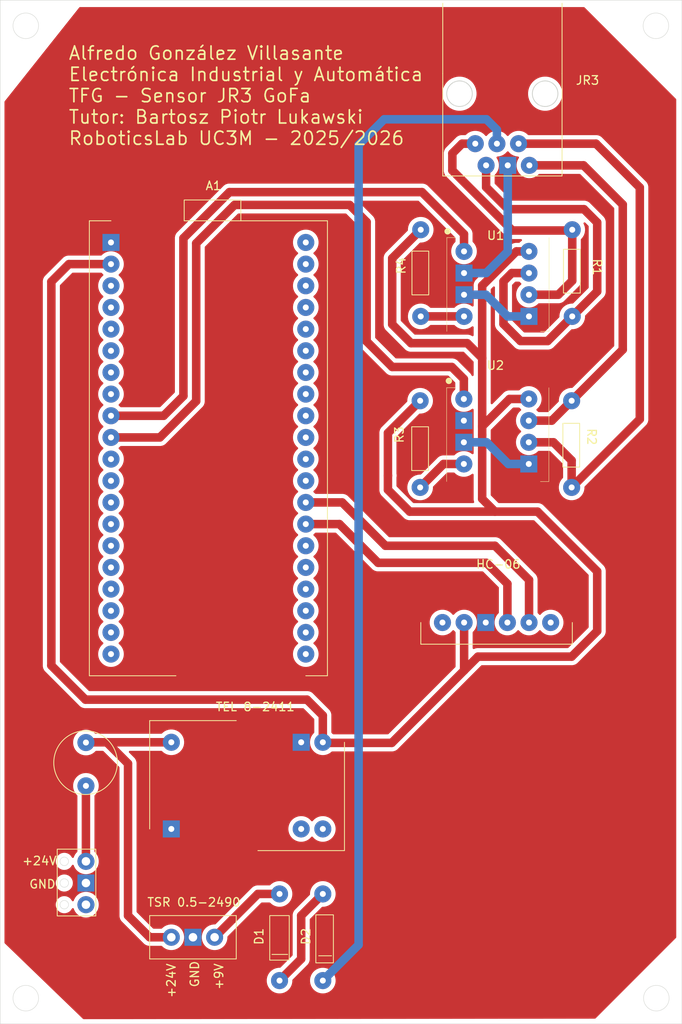
<source format=kicad_pcb>
(kicad_pcb (version 20241229) (generator "pcbnew") (generator_version "9.0")
  (layers (0 "F.Cu" signal) (2 "B.Cu" signal) (13 "F.Paste" user) (15 "B.Paste" user) (5 "F.SilkS" user "F.Silkscreen") (7 "B.SilkS" user "B.Silkscreen") (1 "F.Mask" user) (3 "B.Mask" user) (25 "Edge.Cuts" user))
  (net 0 "")
  (net 5 "unconnected-(A1-ADC_6-Pad28)")
  (net 11 "unconnected-(A1-ADC_5-Pad27)")
  (net 25 "unconnected-(A1-SD_DATA_1-Pad4)")
  (net 36 "GND")
  (net 37 "+5V")
  (net 38 "unconnected-(J1-Pad6)")
  (net 39 "unconnected-(J1-Pad1)")
  (net 40 "unconnected-(J1-Pad5)")
  (net 41 "unconnected-(J1-Pad2)")
  (net 42 "+8V")
  (net 43 "+24V")
  (net 44 "DATA")
  (net 45 "CLOCK")
  (net 46 "+9V")
  (net 47 "+8.4V")
  (net 48 "+7.8V")
  (footprint "" (layer "F.Cu") (at 152.8 85.22)
    (property "Reference" "" (at 0 0 0) (layer "F.SilkS") (effects (font (size 1.27 1.27))))
    (property "Value" "")
    (pad "33" thru_hole circle (at 0 0) (size 2 2) (drill 0.7) (layers "*.Cu" "*.Mask"))
  )
  (footprint "" (layer "F.Cu") (at 129.94 72.52)
    (property "Reference" "" (at 0 0 0) (layer "F.SilkS") (effects (font (size 1.27 1.27))))
    (property "Value" "")
    (pad "3" thru_hole circle (at 0 0) (size 2 2) (drill 0.7) (layers "*.Cu" "*.Mask"))
  )
  (footprint "" (layer "F.Cu") (at 152.8 90.3)
    (property "Reference" "" (at 0 0 0) (layer "F.SilkS") (effects (font (size 1.27 1.27))))
    (property "Value" "")
    (pad "31" thru_hole circle (at 0 0) (size 2 2) (drill 0.7) (layers "*.Cu" "*.Mask"))
  )
  (footprint "" (layer "F.Cu") (at 129.94 110.62)
    (property "Reference" "" (at 0 0 0) (layer "F.SilkS") (effects (font (size 1.27 1.27))))
    (property "Value" "")
    (pad "18" thru_hole circle (at 0 0) (size 2 2) (drill 0.7) (layers "*.Cu" "*.Mask"))
  )
  (footprint "" (layer "F.Cu") (at 129.94 103)
    (property "Reference" "" (at 0 0 0) (layer "F.SilkS") (effects (font (size 1.27 1.27))))
    (property "Value" "")
    (pad "15" thru_hole circle (at 0 0) (size 2 2) (drill 0.7) (layers "*.Cu" "*.Mask"))
  )
  (footprint "" (layer "F.Cu") (at 152.8 87.76)
    (property "Reference" "" (at 0 0 0) (layer "F.SilkS") (effects (font (size 1.27 1.27))))
    (property "Value" "")
    (pad "32" thru_hole circle (at 0 0) (size 2 2) (drill 0.7) (layers "*.Cu" "*.Mask"))
  )
  (footprint "" (layer "F.Cu") (at 181.54 112 90)
    (property "Reference" "" (at 0 0 90) (layer "F.SilkS") (effects (font (size 1.27 1.27))))
    (property "Value" "")
    (pad "6" thru_hole circle (at 0 0 90) (size 2 2) (drill 0.7) (layers "*.Cu" "*.Mask"))
  )
  (footprint "" (layer "F.Cu") (at 129.94 77.6)
    (property "Reference" "" (at 0 0 0) (layer "F.SilkS") (effects (font (size 1.27 1.27))))
    (property "Value" "")
    (pad "5" thru_hole circle (at 0 0) (size 2 2) (drill 0.7) (layers "*.Cu" "*.Mask"))
  )
  (footprint "" (layer "F.Cu") (at 178.97 90.87)
    (property "Reference" "" (at 0 0 0) (layer "F.SilkS") (effects (font (size 1.27 1.27))))
    (property "Value" "")
    (pad "6" thru_hole circle (at 0 0 90) (size 2 2) (drill 0.7) (layers "*.Cu" "*.Mask") (net 40 "unconnected-(J1-Pad5)"))
  )
  (footprint "" (layer "F.Cu") (at 171.35 90.87)
    (property "Reference" "" (at 0 0 0) (layer "F.SilkS") (effects (font (size 1.27 1.27))))
    (property "Value" "")
    (pad "3" thru_hole rect (at 0 0) (size 2 2) (drill 0.7) (layers "*.Cu" "*.Mask") (net 36 "GND"))
  )
  (footprint "" (layer "F.Cu") (at 152.8 97.92)
    (property "Reference" "" (at 0 0 0) (layer "F.SilkS") (effects (font (size 1.27 1.27))))
    (property "Value" "")
    (pad "28" thru_hole circle (at 0 0) (size 2 2) (drill 0.7) (layers "*.Cu" "*.Mask") (net 5 "unconnected-(A1-ADC_6-Pad28)"))
  )
  (footprint "" (layer "F.Cu") (at 171.38 112)
    (property "Reference" "" (at 0 0 0) (layer "F.SilkS") (effects (font (size 1.27 1.27))))
    (property "Value" "")
    (pad "2" thru_hole circle (at 0 0) (size 2 2) (drill 0.7) (layers "*.Cu" "*.Mask") (net 37 "+5V"))
  )
  (footprint "" (layer "F.Cu") (at 152.8 67.44)
    (property "Reference" "" (at 0 0 0) (layer "F.SilkS") (effects (font (size 1.27 1.27))))
    (property "Value" "")
    (pad "40" thru_hole circle (at 0 0) (size 2 2) (drill 0.7) (layers "*.Cu" "*.Mask"))
  )
  (footprint "" (layer "F.Cu") (at 178.97 93.41)
    (property "Reference" "" (at 0 0 0) (layer "F.SilkS") (effects (font (size 1.27 1.27))))
    (property "Value" "")
    (pad "5" thru_hole rect (at 0 0) (size 2 2) (drill 0.7) (layers "*.Cu" "*.Mask") (net 36 "GND"))
  )
  (footprint "" (layer "F.Cu") (at 129.94 87.76)
    (property "Reference" "" (at 0 0 0) (layer "F.SilkS") (effects (font (size 1.27 1.27))))
    (property "Value" "")
    (pad "9" thru_hole circle (at 0 0) (size 2 2) (drill 0.7) (layers "*.Cu" "*.Mask") (net 45 "CLOCK"))
  )
  (footprint "" (layer "F.Cu") (at 152.8 72.52)
    (property "Reference" "" (at 0 0 0) (layer "F.SilkS") (effects (font (size 1.27 1.27))))
    (property "Value" "")
    (pad "38" thru_hole circle (at 0 0) (size 2 2) (drill 0.7) (layers "*.Cu" "*.Mask"))
  )
  (footprint "" (layer "F.Cu") (at 176.46 112)
    (property "Reference" "" (at 0 0 0) (layer "F.SilkS") (effects (font (size 1.27 1.27))))
    (property "Value" "")
    (pad "4" thru_hole circle (at 0 0) (size 2 2) (drill 0.7) (layers "*.Cu" "*.Mask") (net 11 "unconnected-(A1-ADC_5-Pad27)"))
  )
  (footprint "" (layer "F.Cu") (at 173.96 58.4)
    (property "Reference" "" (at 0 0 0) (layer "F.SilkS") (effects (font (size 1.27 1.27))))
    (property "Value" "")
    (pad "2" thru_hole circle (at 0 0 90) (size 2 2) (drill 0.7) (layers "*.Cu" "*.Mask") (net 41 "unconnected-(J1-Pad2)"))
  )
  (footprint "" (layer "F.Cu") (at 152.8 100.46)
    (property "Reference" "" (at 0 0 0) (layer "F.SilkS") (effects (font (size 1.27 1.27))))
    (property "Value" "")
    (pad "27" thru_hole circle (at 0 0) (size 2 2) (drill 0.7) (layers "*.Cu" "*.Mask") (net 11 "unconnected-(A1-ADC_5-Pad27)"))
  )
  (footprint "" (layer "F.Cu") (at 178.99 73.57)
    (property "Reference" "" (at 0 0 0) (layer "F.SilkS") (effects (font (size 1.27 1.27))))
    (property "Value" "")
    (pad "6" thru_hole circle (at 0 0 90) (size 2 2) (drill 0.7) (layers "*.Cu" "*.Mask") (net 39 "unconnected-(J1-Pad1)"))
  )
  (footprint "" (layer "F.Cu") (at 129.94 113.16)
    (property "Reference" "" (at 0 0 0) (layer "F.SilkS") (effects (font (size 1.27 1.27))))
    (property "Value" "")
    (pad "19" thru_hole circle (at 0 0) (size 2 2) (drill 0.7) (layers "*.Cu" "*.Mask"))
  )
  (footprint "" (layer "F.Cu") (at 152.8 69.98)
    (property "Reference" "" (at 0 0 0) (layer "F.SilkS") (effects (font (size 1.27 1.27))))
    (property "Value" "")
    (pad "39" thru_hole circle (at 0 0) (size 2 2) (drill 0.7) (layers "*.Cu" "*.Mask") (net 37 "+5V"))
  )
  (footprint "" (layer "F.Cu") (at 152.26 126.04)
    (property "Reference" "" (at 0 0 0) (layer "F.SilkS") (effects (font (size 1.27 1.27))))
    (property "Value" "")
    (pad "10" thru_hole rect (at 0 0) (size 2 2) (drill 0.7) (layers "*.Cu" "*.Mask") (net 36 "GND"))
  )
  (footprint "" (layer "F.Cu") (at 177.77 55.86)
    (property "Reference" "" (at 0 0 0) (layer "F.SilkS") (effects (font (size 1.27 1.27))))
    (property "Value" "")
    (pad "5" thru_hole circle (at 0 0 90) (size 2 2) (drill 0.7) (layers "*.Cu" "*.Mask") (net 40 "unconnected-(J1-Pad5)"))
  )
  (footprint "" (layer "F.Cu") (at 178.97 88.33)
    (property "Reference" "" (at 0 0 0) (layer "F.SilkS") (effects (font (size 1.27 1.27))))
    (property "Value" "")
    (pad "7" thru_hole circle (at 0 0 90) (size 2 2) (drill 0.7) (layers "*.Cu" "*.Mask") (net 38 "unconnected-(J1-Pad6)"))
  )
  (footprint "" (layer "F.Cu") (at 129.94 90.3)
    (property "Reference" "" (at 0 0 0) (layer "F.SilkS") (effects (font (size 1.27 1.27))))
    (property "Value" "")
    (pad "10" thru_hole circle (at 0 0) (size 2 2) (drill 0.7) (layers "*.Cu" "*.Mask") (net 44 "DATA"))
  )
  (footprint "" (layer "F.Cu") (at 129.94 100.46)
    (property "Reference" "" (at 0 0 0) (layer "F.SilkS") (effects (font (size 1.27 1.27))))
    (property "Value" "")
    (pad "14" thru_hole circle (at 0 0) (size 2 2) (drill 0.7) (layers "*.Cu" "*.Mask"))
  )
  (footprint "" (layer "F.Cu") (at 178.97 85.79)
    (property "Reference" "" (at 0 0 0) (layer "F.SilkS") (effects (font (size 1.27 1.27))))
    (property "Value" "")
    (pad "8" thru_hole circle (at 0 0) (size 2 2) (drill 0.7) (layers "*.Cu" "*.Mask") (net 37 "+5V"))
  )
  (footprint "" (layer "F.Cu") (at 129.94 108.08)
    (property "Reference" "" (at 0 0 0) (layer "F.SilkS") (effects (font (size 1.27 1.27))))
    (property "Value" "")
    (pad "17" thru_hole circle (at 0 0) (size 2 2) (drill 0.7) (layers "*.Cu" "*.Mask"))
  )
  (footprint "" (layer "F.Cu") (at 173.92 112)
    (property "Reference" "" (at 0 0 0) (layer "F.SilkS") (effects (font (size 1.27 1.27))))
    (property "Value" "")
    (pad "3" thru_hole rect (at 0 0) (size 2 2) (drill 0.7) (layers "*.Cu" "*.Mask") (net 36 "GND"))
  )
  (footprint "" (layer "F.Cu") (at 184 96.16)
    (property "Reference" "" (at 0 0 0) (layer "F.SilkS") (effects (font (size 1.27 1.27))))
    (property "Value" "")
    (pad "2" thru_hole circle (at 0 0 90) (size 2 2) (drill 0.7) (layers "*.Cu" "*.Mask") (net 40 "unconnected-(J1-Pad5)"))
  )
  (footprint "" (layer "F.Cu") (at 142.1 148.9)
    (property "Reference" "" (at 0 0 0) (layer "F.SilkS") (effects (font (size 1.27 1.27))))
    (property "Value" "")
    (pad "3" thru_hole circle (at 0 0) (size 2 2) (drill 1) (layers "*.Cu" "*.Mask") (net 46 "+9V"))
  )
  (footprint "" (layer "F.Cu") (at 171.37 76.11)
    (property "Reference" "" (at 0 0 0) (layer "F.SilkS") (effects (font (size 1.27 1.27))))
    (property "Value" "")
    (pad "4" thru_hole circle (at 0 0) (size 2 2) (drill 0.7) (layers "*.Cu" "*.Mask") (net 25 "unconnected-(A1-SD_DATA_1-Pad4)"))
  )
  (footprint "" (layer "F.Cu") (at 129.94 115.7)
    (property "Reference" "" (at 0 0 0) (layer "F.SilkS") (effects (font (size 1.27 1.27))))
    (property "Value" "")
    (pad "20" thru_hole circle (at 0 0) (size 2 2) (drill 0.7) (layers "*.Cu" "*.Mask"))
  )
  (footprint "" (layer "F.Cu") (at 129.94 95.38)
    (property "Reference" "" (at 0 0 0) (layer "F.SilkS") (effects (font (size 1.27 1.27))))
    (property "Value" "")
    (pad "12" thru_hole circle (at 0 0) (size 2 2) (drill 0.7) (layers "*.Cu" "*.Mask"))
  )
  (footprint "" (layer "F.Cu") (at 152.8 92.84)
    (property "Reference" "" (at 0 0 0) (layer "F.SilkS") (effects (font (size 1.27 1.27))))
    (property "Value" "")
    (pad "30" thru_hole circle (at 0 0) (size 2 2) (drill 0.7) (layers "*.Cu" "*.Mask"))
  )
  (footprint "" (layer "F.Cu") (at 154.8 153.98)
    (property "Reference" "" (at 0 0 0) (layer "F.SilkS") (effects (font (size 1.27 1.27))))
    (property "Value" "")
    (pad "2" thru_hole circle (at 0 0) (size 2 2) (drill 0.7) (layers "*.Cu" "*.Mask") (net 48 "+7.8V"))
  )
  (footprint "" (layer "F.Cu") (at 152.8 80.14)
    (property "Reference" "" (at 0 0 0) (layer "F.SilkS") (effects (font (size 1.27 1.27))))
    (property "Value" "")
    (pad "35" thru_hole circle (at 0 0) (size 2 2) (drill 0.7) (layers "*.Cu" "*.Mask"))
  )
  (footprint "" (layer "F.Cu") (at 152.8 103)
    (property "Reference" "" (at 0 0 0) (layer "F.SilkS") (effects (font (size 1.27 1.27))))
    (property "Value" "")
    (pad "26" thru_hole circle (at 0 0) (size 2 2) (drill 0.7) (layers "*.Cu" "*.Mask"))
  )
  (footprint "" (layer "F.Cu") (at 152.8 105.54)
    (property "Reference" "" (at 0 0 0) (layer "F.SilkS") (effects (font (size 1.27 1.27))))
    (property "Value" "")
    (pad "25" thru_hole circle (at 0 0) (size 2 2) (drill 0.7) (layers "*.Cu" "*.Mask"))
  )
  (footprint "" (layer "F.Cu") (at 166.29 76.11)
    (property "Reference" "" (at 0 0 0) (layer "F.SilkS") (effects (font (size 1.27 1.27))))
    (property "Value" "")
    (pad "1" thru_hole circle (at 0 0) (size 2 2) (drill 0.7) (layers "*.Cu" "*.Mask") (net 25 "unconnected-(A1-SD_DATA_1-Pad4)"))
  )
  (footprint "" (layer "F.Cu") (at 129.94 92.84)
    (property "Reference" "" (at 0 0 0) (layer "F.SilkS") (effects (font (size 1.27 1.27))))
    (property "Value" "")
    (pad "11" thru_hole circle (at 0 0) (size 2 2) (drill 0.7) (layers "*.Cu" "*.Mask"))
  )
  (footprint "" (layer "F.Cu") (at 127 131.15)
    (property "Reference" "" (at 0 0 0) (layer "F.SilkS") (effects (font (size 1.27 1.27))))
    (property "Value" "")
    (pad "2" thru_hole circle (at 0 0) (size 2 2) (drill 0.7) (layers "*.Cu" "*.Mask") (net 43 "+24V"))
  )
  (footprint "" (layer "F.Cu") (at 178.99 71.03)
    (property "Reference" "" (at 0 0 0) (layer "F.SilkS") (effects (font (size 1.27 1.27))))
    (property "Value" "")
    (pad "7" thru_hole circle (at 0 0 90) (size 2 2) (drill 0.7) (layers "*.Cu" "*.Mask") (net 41 "unconnected-(J1-Pad2)"))
  )
  (footprint "" (layer "F.Cu") (at 171.35 85.79)
    (property "Reference" "" (at 0 0 0) (layer "F.SilkS") (effects (font (size 1.27 1.27))))
    (property "Value" "")
    (pad "1" thru_hole circle (at 0 0) (size 2 2) (drill 0.7) (layers "*.Cu" "*.Mask") (net 44 "DATA"))
  )
  (footprint "" (layer "F.Cu") (at 176.5 58.4)
    (property "Reference" "" (at 0 0 0) (layer "F.SilkS") (effects (font (size 1.27 1.27))))
    (property "Value" "")
    (pad "4" thru_hole rect (at 0 0 90) (size 2 2) (drill 0.7) (layers "*.Cu" "*.Mask") (net 36 "GND"))
  )
  (footprint "" (layer "F.Cu") (at 171.37 71.03)
    (property "Reference" "" (at 0 0 0) (layer "F.SilkS") (effects (font (size 1.27 1.27))))
    (property "Value" "")
    (pad "2" thru_hole rect (at 0 0) (size 2 2) (drill 0.7) (layers "*.Cu" "*.Mask") (net 36 "GND"))
  )
  (footprint "" (layer "F.Cu") (at 129.94 69.98)
    (property "Reference" "" (at 0 0 0) (layer "F.SilkS") (effects (font (size 1.27 1.27))))
    (property "Value" "")
    (pad "2" thru_hole circle (at 0 0) (size 2 2) (drill 0.7) (layers "*.Cu" "*.Mask") (net 37 "+5V"))
  )
  (footprint "" (layer "F.Cu") (at 152.8 95.38)
    (property "Reference" "" (at 0 0 0) (layer "F.SilkS") (effects (font (size 1.27 1.27))))
    (property "Value" "")
    (pad "29" thru_hole circle (at 0 0) (size 2 2) (drill 0.7) (layers "*.Cu" "*.Mask"))
  )
  (footprint "" (layer "F.Cu") (at 129.94 80.14)
    (property "Reference" "" (at 0 0 0) (layer "F.SilkS") (effects (font (size 1.27 1.27))))
    (property "Value" "")
    (pad "6" thru_hole circle (at 0 0) (size 2 2) (drill 0.7) (layers "*.Cu" "*.Mask"))
  )
  (footprint "" (layer "F.Cu") (at 184 86)
    (property "Reference" "" (at 0 0 0) (layer "F.SilkS") (effects (font (size 1.27 1.27))))
    (property "Value" "")
    (pad "1" thru_hole circle (at 0 0 270) (size 2 2) (drill 0.7) (layers "*.Cu" "*.Mask") (net 38 "unconnected-(J1-Pad6)"))
  )
  (footprint "" (layer "F.Cu") (at 137.02 148.9)
    (property "Reference" "" (at 0 0 0) (layer "F.SilkS") (effects (font (size 1.27 1.27))))
    (property "Value" "")
    (pad "1" thru_hole circle (at 0 0) (size 2 2) (drill 1) (layers "*.Cu" "*.Mask") (net 43 "+24V"))
  )
  (footprint "" (layer "F.Cu") (at 149.72 153.98)
    (property "Reference" "" (at 0 0 0) (layer "F.SilkS") (effects (font (size 1.27 1.27))))
    (property "Value" "")
    (pad "2" thru_hole circle (at 0 0) (size 2 2) (drill 0.7) (layers "*.Cu" "*.Mask") (net 47 "+8.4V"))
  )
  (footprint "" (layer "F.Cu") (at 127 142.54)
    (property "Reference" "" (at 0 0 0) (layer "F.SilkS") (effects (font (size 1.27 1.27))))
    (property "Value" "")
    (pad "2" thru_hole rect (at 0 0) (size 2 2) (drill 1) (layers "*.Cu" "*.Mask") (net 36 "GND"))
  )
  (footprint "" (layer "F.Cu") (at 166.29 65.95)
    (property "Reference" "" (at 0 0 0) (layer "F.SilkS") (effects (font (size 1.27 1.27))))
    (property "Value" "")
    (pad "2" thru_hole circle (at 0 0) (size 2 2) (drill 0.7) (layers "*.Cu" "*.Mask") (net 37 "+5V"))
  )
  (footprint "" (layer "F.Cu") (at 152.8 77.6)
    (property "Reference" "" (at 0 0 0) (layer "F.SilkS") (effects (font (size 1.27 1.27))))
    (property "Value" "")
    (pad "36" thru_hole circle (at 0 0) (size 2 2) (drill 0.7) (layers "*.Cu" "*.Mask"))
  )
  (footprint "" (layer "F.Cu") (at 152.8 82.68)
    (property "Reference" "" (at 0 0 0) (layer "F.SilkS") (effects (font (size 1.27 1.27))))
    (property "Value" "")
    (pad "34" thru_hole circle (at 0 0) (size 2 2) (drill 0.7) (layers "*.Cu" "*.Mask"))
  )
  (footprint "" (layer "F.Cu") (at 152.8 75.06)
    (property "Reference" "" (at 0 0 0) (layer "F.SilkS") (effects (font (size 1.27 1.27))))
    (property "Value" "")
    (pad "37" thru_hole circle (at 0 0) (size 2 2) (drill 0.7) (layers "*.Cu" "*.Mask"))
  )
  (footprint "" (layer "F.Cu") (at 175.23 55.86)
    (property "Reference" "" (at 0 0 0) (layer "F.SilkS") (effects (font (size 1.27 1.27))))
    (property "Value" "")
    (pad "3" thru_hole circle (at 0 0 90) (size 2 2) (drill 0.7) (layers "*.Cu" "*.Mask") (net 48 "+7.8V"))
  )
  (footprint "" (layer "F.Cu") (at 171.37 73.57)
    (property "Reference" "" (at 0 0 0) (layer "F.SilkS") (effects (font (size 1.27 1.27))))
    (property "Value" "")
    (pad "3" thru_hole rect (at 0 0) (size 2 2) (drill 0.7) (layers "*.Cu" "*.Mask") (net 36 "GND"))
  )
  (footprint "" (layer "F.Cu") (at 129.94 67.44)
    (property "Reference" "" (at 0 0 0) (layer "F.SilkS") (effects (font (size 1.27 1.27))))
    (property "Value" "")
    (pad "1" thru_hole rect (at 0 0) (size 2 2) (drill 0.7) (layers "*.Cu" "*.Mask") (net 36 "GND"))
  )
  (footprint "" (layer "F.Cu") (at 184.07 76.11)
    (property "Reference" "" (at 0 0 0) (layer "F.SilkS") (effects (font (size 1.27 1.27))))
    (property "Value" "")
    (pad "2" thru_hole circle (at 0 0 90) (size 2 2) (drill 0.7) (layers "*.Cu" "*.Mask") (net 41 "unconnected-(J1-Pad2)"))
  )
  (footprint "" (layer "F.Cu") (at 179.04 58.4)
    (property "Reference" "" (at 0 0 0) (layer "F.SilkS") (effects (font (size 1.27 1.27))))
    (property "Value" "")
    (pad "6" thru_hole circle (at 0 0 90) (size 2 2) (drill 0.7) (layers "*.Cu" "*.Mask") (net 38 "unconnected-(J1-Pad6)"))
  )
  (footprint "" (layer "F.Cu") (at 171.35 88.33)
    (property "Reference" "" (at 0 0 0) (layer "F.SilkS") (effects (font (size 1.27 1.27))))
    (property "Value" "")
    (pad "2" thru_hole rect (at 0 0) (size 2 2) (drill 0.7) (layers "*.Cu" "*.Mask") (net 36 "GND"))
  )
  (footprint "" (layer "F.Cu") (at 168.84 112)
    (property "Reference" "" (at 0 0 0) (layer "F.SilkS") (effects (font (size 1.27 1.27))))
    (property "Value" "")
    (pad "1" thru_hole circle (at 0 0) (size 2 2) (drill 0.7) (layers "*.Cu" "*.Mask"))
  )
  (footprint "" (layer "F.Cu") (at 152.8 115.7)
    (property "Reference" "" (at 0 0 0) (layer "F.SilkS") (effects (font (size 1.27 1.27))))
    (property "Value" "")
    (pad "21" thru_hole circle (at 0 0) (size 2 2) (drill 0.7) (layers "*.Cu" "*.Mask") (net 42 "+8V"))
  )
  (footprint "" (layer "F.Cu") (at 152.8 113.16)
    (property "Reference" "" (at 0 0 0) (layer "F.SilkS") (effects (font (size 1.27 1.27))))
    (property "Value" "")
    (pad "22" thru_hole circle (at 0 0) (size 2 2) (drill 0.7) (layers "*.Cu" "*.Mask"))
  )
  (footprint "" (layer "F.Cu") (at 179 112)
    (property "Reference" "" (at 0 0 0) (layer "F.SilkS") (effects (font (size 1.27 1.27))))
    (property "Value" "")
    (pad "5" thru_hole circle (at 0 0) (size 2 2) (drill 0.7) (layers "*.Cu" "*.Mask") (net 5 "unconnected-(A1-ADC_6-Pad28)"))
  )
  (footprint "" (layer "F.Cu") (at 137.02 136.2)
    (property "Reference" "" (at 0 0 0) (layer "F.SilkS") (effects (font (size 1.27 1.27))))
    (property "Value" "")
    (pad "1" thru_hole rect (at 0 0) (size 2 2) (drill 0.7) (layers "*.Cu" "*.Mask") (net 36 "GND"))
  )
  (footprint "" (layer "F.Cu") (at 171.35 93.41)
    (property "Reference" "" (at 0 0 0) (layer "F.SilkS") (effects (font (size 1.27 1.27))))
    (property "Value" "")
    (pad "4" thru_hole circle (at 0 0) (size 2 2) (drill 0.7) (layers "*.Cu" "*.Mask") (net 25 "unconnected-(A1-SD_DATA_1-Pad4)"))
  )
  (footprint "" (layer "F.Cu") (at 129.94 82.68)
    (property "Reference" "" (at 0 0 0) (layer "F.SilkS") (effects (font (size 1.27 1.27))))
    (property "Value" "")
    (pad "7" thru_hole circle (at 0 0) (size 2 2) (drill 0.7) (layers "*.Cu" "*.Mask"))
  )
  (footprint "" (layer "F.Cu") (at 127 145.08)
    (property "Reference" "" (at 0 0 0) (layer "F.SilkS") (effects (font (size 1.27 1.27))))
    (property "Value" "")
    (pad "3" thru_hole circle (at 0 0) (size 2 2) (drill 1) (layers "*.Cu" "*.Mask"))
  )
  (footprint "" (layer "F.Cu") (at 129.94 85.22)
    (property "Reference" "" (at 0 0 0) (layer "F.SilkS") (effects (font (size 1.27 1.27))))
    (property "Value" "")
    (pad "8" thru_hole circle (at 0 0) (size 2 2) (drill 0.7) (layers "*.Cu" "*.Mask"))
  )
  (footprint "" (layer "F.Cu") (at 154.8 126.04)
    (property "Reference" "" (at 0 0 0) (layer "F.SilkS") (effects (font (size 1.27 1.27))))
    (property "Value" "")
    (pad "9" thru_hole circle (at 0 0) (size 2 2) (drill 0.7) (layers "*.Cu" "*.Mask") (net 37 "+5V"))
  )
  (footprint "" (layer "F.Cu") (at 154.8 143.82)
    (property "Reference" "" (at 0 0 0) (layer "F.SilkS") (effects (font (size 1.27 1.27))))
    (property "Value" "")
    (pad "1" thru_hole circle (at 0 0) (size 2 2) (drill 0.7) (layers "*.Cu" "*.Mask") (net 47 "+8.4V"))
  )
  (footprint "" (layer "F.Cu") (at 171.37 68.49)
    (property "Reference" "" (at 0 0 0) (layer "F.SilkS") (effects (font (size 1.27 1.27))))
    (property "Value" "")
    (pad "1" thru_hole circle (at 0 0) (size 2 2) (drill 0.7) (layers "*.Cu" "*.Mask") (net 45 "CLOCK"))
  )
  (footprint "" (layer "F.Cu") (at 166.22 96.16)
    (property "Reference" "" (at 0 0 0) (layer "F.SilkS") (effects (font (size 1.27 1.27))))
    (property "Value" "")
    (pad "1" thru_hole circle (at 0 0) (size 2 2) (drill 0.7) (layers "*.Cu" "*.Mask") (net 25 "unconnected-(A1-SD_DATA_1-Pad4)"))
  )
  (footprint "" (layer "F.Cu") (at 127 126.07)
    (property "Reference" "" (at 0 0 0) (layer "F.SilkS") (effects (font (size 1.27 1.27))))
    (property "Value" "")
    (pad "1" thru_hole circle (at 0 0) (size 2 2) (drill 0.7) (layers "*.Cu" "*.Mask") (net 43 "+24V"))
  )
  (footprint "" (layer "F.Cu") (at 137.02 126.04)
    (property "Reference" "" (at 0 0 0) (layer "F.SilkS") (effects (font (size 1.27 1.27))))
    (property "Value" "")
    (pad "16" thru_hole circle (at 0 0) (size 2 2) (drill 0.7) (layers "*.Cu" "*.Mask") (net 43 "+24V"))
  )
  (footprint "" (layer "F.Cu") (at 178.99 76.11)
    (property "Reference" "" (at 0 0 0) (layer "F.SilkS") (effects (font (size 1.27 1.27))))
    (property "Value" "")
    (pad "5" thru_hole rect (at 0 0) (size 2 2) (drill 0.7) (layers "*.Cu" "*.Mask") (net 36 "GND"))
  )
  (footprint "" (layer "F.Cu") (at 139.56 148.9)
    (property "Reference" "" (at 0 0 0) (layer "F.SilkS") (effects (font (size 1.27 1.27))))
    (property "Value" "")
    (pad "2" thru_hole rect (at 0 0) (size 2 2) (drill 1) (layers "*.Cu" "*.Mask") (net 36 "GND"))
  )
  (footprint "" (layer "F.Cu") (at 172.69 55.86)
    (property "Reference" "" (at 0 0 0) (layer "F.SilkS") (effects (font (size 1.27 1.27))))
    (property "Value" "")
    (pad "1" thru_hole circle (at 0 0 90) (size 2 2) (drill 0.7) (layers "*.Cu" "*.Mask") (net 39 "unconnected-(J1-Pad1)"))
  )
  (footprint "" (layer "F.Cu") (at 127 140)
    (property "Reference" "" (at 0 0 0) (layer "F.SilkS") (effects (font (size 1.27 1.27))))
    (property "Value" "")
    (pad "1" thru_hole circle (at 0 0) (size 2 2) (drill 1) (layers "*.Cu" "*.Mask") (net 43 "+24V"))
  )
  (footprint "" (layer "F.Cu") (at 129.94 97.92)
    (property "Reference" "" (at 0 0 0) (layer "F.SilkS") (effects (font (size 1.27 1.27))))
    (property "Value" "")
    (pad "13" thru_hole circle (at 0 0) (size 2 2) (drill 0.7) (layers "*.Cu" "*.Mask"))
  )
  (footprint "" (layer "F.Cu") (at 152.26 136.2)
    (property "Reference" "" (at 0 0 0) (layer "F.SilkS") (effects (font (size 1.27 1.27))))
    (property "Value" "")
    (pad "7" thru_hole circle (at 0 0) (size 2 2) (drill 0.7) (layers "*.Cu" "*.Mask"))
  )
  (footprint "" (layer "F.Cu") (at 149.72 143.82)
    (property "Reference" "" (at 0 0 0) (layer "F.SilkS") (effects (font (size 1.27 1.27))))
    (property "Value" "")
    (pad "1" thru_hole circle (at 0 0) (size 2 2) (drill 0.7) (layers "*.Cu" "*.Mask") (net 46 "+9V"))
  )
  (footprint "" (layer "F.Cu") (at 184.07 65.95)
    (property "Reference" "" (at 0 0 0) (layer "F.SilkS") (effects (font (size 1.27 1.27))))
    (property "Value" "")
    (pad "1" thru_hole circle (at 0 0 90) (size 2 2) (drill 0.7) (layers "*.Cu" "*.Mask") (net 39 "unconnected-(J1-Pad1)"))
  )
  (footprint "" (layer "F.Cu") (at 152.8 110.62)
    (property "Reference" "" (at 0 0 0) (layer "F.SilkS") (effects (font (size 1.27 1.27))))
    (property "Value" "")
    (pad "23" thru_hole circle (at 0 0) (size 2 2) (drill 0.7) (layers "*.Cu" "*.Mask"))
  )
  (footprint "" (layer "F.Cu") (at 178.99 68.49)
    (property "Reference" "" (at 0 0 0) (layer "F.SilkS") (effects (font (size 1.27 1.27))))
    (property "Value" "")
    (pad "8" thru_hole circle (at 0 0) (size 2 2) (drill 0.7) (layers "*.Cu" "*.Mask") (net 37 "+5V"))
  )
  (footprint "" (layer "F.Cu") (at 166.22 86)
    (property "Reference" "" (at 0 0 0) (layer "F.SilkS") (effects (font (size 1.27 1.27))))
    (property "Value" "")
    (pad "2" thru_hole circle (at 0 0) (size 2 2) (drill 0.7) (layers "*.Cu" "*.Mask") (net 37 "+5V"))
  )
  (footprint "" (layer "F.Cu") (at 152.8 108.08)
    (property "Reference" "" (at 0 0 0) (layer "F.SilkS") (effects (font (size 1.27 1.27))))
    (property "Value" "")
    (pad "24" thru_hole circle (at 0 0) (size 2 2) (drill 0.7) (layers "*.Cu" "*.Mask"))
  )
  (footprint "" (layer "F.Cu") (at 154.8 136.2)
    (property "Reference" "" (at 0 0 0) (layer "F.SilkS") (effects (font (size 1.27 1.27))))
    (property "Value" "")
    (pad "8" thru_hole circle (at 0 0) (size 2 2) (drill 0.7) (layers "*.Cu" "*.Mask"))
  )
  (footprint "" (layer "F.Cu") (at 129.94 105.54)
    (property "Reference" "" (at 0 0 0) (layer "F.SilkS") (effects (font (size 1.27 1.27))))
    (property "Value" "")
    (pad "16" thru_hole circle (at 0 0) (size 2 2) (drill 0.7) (layers "*.Cu" "*.Mask"))
  )
  (footprint "" (layer "F.Cu") (at 129.94 75.06)
    (property "Reference" "" (at 0 0 0) (layer "F.SilkS") (effects (font (size 1.27 1.27))))
    (property "Value" "")
    (pad "4" thru_hole circle (at 0 0) (size 2 2) (drill 0.7) (layers "*.Cu" "*.Mask") (net 25 "unconnected-(A1-SD_DATA_1-Pad4)"))
  )
  (gr_line (start 155.34 64.9) (end 155.34 118.24) (stroke (width 0.1)) (layer "F.SilkS"))
  (gr_line (start 181.33 84.47) (end 181.33 95.47) (stroke (width 0.05)) (layer "F.SilkS"))
  (gr_line (start 134.48 146.36) (end 134.48 151.44) (stroke (width 0.1)) (layer "F.SilkS"))
  (gr_line (start 144.64 123.5) (end 134.48 123.5) (stroke (width 0.1)) (layer "F.SilkS"))
  (gr_rect (start 153.98 146.27) (end 156.04 151.9) (stroke (width 0.1)) (fill no) (layer "F.SilkS"))
  (gr_line (start 127.4 118.24) (end 127.4 64.9) (stroke (width 0.1)) (layer "F.SilkS"))
  (gr_line (start 144.64 151.44) (end 144.64 146.36) (stroke (width 0.1)) (layer "F.SilkS"))
  (gr_line (start 157.34 138.74) (end 157.34 126.04) (stroke (width 0.1)) (layer "F.SilkS"))
  (gr_line (start 147.18 138.74) (end 157.34 138.74) (stroke (width 0.1)) (layer "F.SilkS"))
  (gr_line (start 169.33 84.47) (end 169.33 95.47) (stroke (width 0.05)) (layer "F.SilkS"))
  (gr_line (start 168.875 47.645) (end 168.875 39.395) (stroke (width 0.1)) (layer "F.SilkS"))
  (gr_line (start 155.34 118.24) (end 152.8 118.24) (stroke (width 0.1)) (layer "F.SilkS"))
  (gr_circle (center 169.44 66.14) (end 169.76 66.14) (stroke (width 0.1)) (fill yes) (layer "F.SilkS"))
  (gr_line (start 168.875 48.645) (end 168.875 47.645) (stroke (width 0.1)) (layer "F.SilkS"))
  (gr_line (start 170.35 66.87) (end 169.35 66.87) (stroke (width 0.05)) (layer "F.SilkS"))
  (gr_rect (start 148.57 146.36) (end 150.86 151.58) (stroke (width 0.1)) (fill no) (layer "F.SilkS"))
  (gr_line (start 150.67 150.91) (end 148.83 150.91) (stroke (width 0.1)) (layer "F.SilkS"))
  (gr_line (start 137.56 118.24) (end 127.4 118.24) (stroke (width 0.1)) (layer "F.SilkS"))
  (gr_line (start 166.3 112) (end 166.3 114.54) (stroke (width 0.1)) (layer "F.SilkS"))
  (gr_line (start 169.35 66.87) (end 169.35 77.87) (stroke (width 0.05)) (layer "F.SilkS"))
  (gr_rect (start 123.63 138.57) (end 128.16 146.4) (stroke (width 0.1)) (fill no) (layer "F.SilkS"))
  (gr_circle (center 126.957374 128.43) (end 129.857374 130.78) (stroke (width 0.1)) (fill no) (layer "F.SilkS"))
  (gr_line (start 181.33 95.47) (end 180.33 95.47) (stroke (width 0.05)) (layer "F.SilkS"))
  (gr_line (start 181.35 66.87) (end 181.35 77.87) (stroke (width 0.05)) (layer "F.SilkS"))
  (gr_line (start 182.875 59.645) (end 182.875 49.145) (stroke (width 0.1)) (layer "F.SilkS"))
  (gr_line (start 154.315 151.07) (end 155.825 151.07) (stroke (width 0.1)) (layer "F.SilkS"))
  (gr_rect (start 182.97 88.645) (end 184.94 93.775) (stroke (width 0.1)) (fill no) (layer "F.SilkS"))
  (gr_line (start 181.35 77.87) (end 180.35 77.87) (stroke (width 0.05)) (layer "F.SilkS"))
  (gr_rect (start 165.23 89.05) (end 167.2 94.18) (stroke (width 0.1)) (fill no) (layer "F.SilkS"))
  (gr_line (start 182.875 49.145) (end 182.875 47.645) (stroke (width 0.1)) (layer "F.SilkS"))
  (gr_line (start 166.3 114.54) (end 184.08 114.54) (stroke (width 0.1)) (layer "F.SilkS"))
  (gr_line (start 134.48 123.5) (end 134.48 136.2) (stroke (width 0.1)) (layer "F.SilkS"))
  (gr_line (start 168.875 59.645) (end 182.875 59.645) (stroke (width 0.1)) (layer "F.SilkS"))
  (gr_line (start 182.875 47.645) (end 182.875 39.395) (stroke (width 0.1)) (layer "F.SilkS"))
  (gr_line (start 144.64 146.36) (end 134.48 146.36) (stroke (width 0.1)) (layer "F.SilkS"))
  (gr_circle (center 169.59 83.67) (end 169.91 83.67) (stroke (width 0.1)) (fill yes) (layer "F.SilkS"))
  (gr_line (start 170.33 84.47) (end 169.33 84.47) (stroke (width 0.05)) (layer "F.SilkS"))
  (gr_line (start 145.18 64.9) (end 155.34 64.9) (stroke (width 0.1)) (layer "F.SilkS"))
  (gr_line (start 134.48 151.44) (end 144.64 151.44) (stroke (width 0.1)) (layer "F.SilkS"))
  (gr_line (start 184.08 114.54) (end 184.08 112) (stroke (width 0.1)) (layer "F.SilkS"))
  (gr_line (start 168.875 59.645) (end 168.875 48.645) (stroke (width 0.1)) (layer "F.SilkS"))
  (gr_line (start 127.4 64.9) (end 129.94 64.9) (stroke (width 0.1)) (layer "F.SilkS"))
  (gr_rect (start 138.53 62.46) (end 145.18 64.9) (stroke (width 0.1)) (fill no) (layer "F.SilkS"))
  (gr_rect (start 165.26 68.455) (end 167.23 73.585) (stroke (width 0.1)) (fill no) (layer "F.SilkS"))
  (gr_rect (start 183.04 68.245) (end 185.01 73.375) (stroke (width 0.1)) (fill no) (layer "F.SilkS"))
  (gr_circle (center 180.89 50) (end 182.39 50) (stroke (width 0.1)) (fill no) (layer "Edge.Cuts"))
  (gr_line (start 196.94 39.04) (end 196.94 159.04) (stroke (width 0.05)) (layer "Edge.Cuts"))
  (gr_circle (center 119.94 156.04) (end 121.44 156.04) (stroke (width 0.05)) (fill no) (layer "Edge.Cuts"))
  (gr_circle (center 124.46 142.54) (end 124.96 142.54) (stroke (width 0.05)) (fill no) (layer "Edge.Cuts"))
  (gr_circle (center 124.46 145.08) (end 124.96 145.08) (stroke (width 0.05)) (fill no) (layer "Edge.Cuts"))
  (gr_line (start 196.94 159.04) (end 116.94 159.04) (stroke (width 0.05)) (layer "Edge.Cuts"))
  (gr_line (start 116.94 159.04) (end 116.94 39.04) (stroke (width 0.05)) (layer "Edge.Cuts"))
  (gr_line (start 116.94 39.04) (end 196.94 39.04) (stroke (width 0.05)) (layer "Edge.Cuts"))
  (gr_circle (center 193.94 156.04) (end 195.44 156.04) (stroke (width 0.05)) (fill no) (layer "Edge.Cuts"))
  (gr_circle (center 124.46 140) (end 124.96 140) (stroke (width 0.05)) (fill no) (layer "Edge.Cuts"))
  (gr_circle (center 193.888487 42.04) (end 195.388487 42.04) (stroke (width 0.05)) (fill no) (layer "Edge.Cuts"))
  (gr_circle (center 170.84 50) (end 172.34 50) (stroke (width 0.1)) (fill no) (layer "Edge.Cuts"))
  (gr_circle (center 119.94 42.04) (end 121.44 42.04) (stroke (width 0.05)) (fill no) (layer "Edge.Cuts"))
  (gr_text "TSR 0.5-2490" (at 134.12 145.38 0) (layer "F.SilkS") (effects (font (size 1 1)) (justify left bottom)))
  (gr_text "D2\n" (at 153.4 149.88 90) (layer "F.SilkS") (effects (font (size 1 1)) (justify left bottom)))
  (gr_text "GND\n" (at 120.27 143.26 0) (layer "F.SilkS") (effects (font (size 1 1)) (justify left bottom)))
  (gr_text "U2\n" (at 173.96 82.44 0) (layer "F.SilkS") (effects (font (size 1 1)) (justify left bottom)))
  (gr_text "U1\n" (at 173.98 67.21 0) (layer "F.SilkS") (effects (font (size 1 1)) (justify left bottom)))
  (gr_text "R4\n\n" (at 166.19 71.25 90) (layer "F.SilkS") (effects (font (size 1 1)) (justify left bottom)))
  (gr_text "+24V" (at 137.6 156.08 90) (layer "F.SilkS") (effects (font (size 1 1)) (justify left bottom)))
  (gr_text "R3\n\n" (at 165.97 91.05 90) (layer "F.SilkS") (effects (font (size 1 1)) (justify left bottom)))
  (gr_text "R1\n\n\n" (at 183.19 69.25 270) (layer "F.SilkS") (effects (font (size 1 1)) (justify left bottom)))
  (gr_text "JR3\n" (at 184.41 49.02 0) (layer "F.SilkS") (effects (font (size 1 1)) (justify left bottom)))
  (gr_text "R2\n\n\n" (at 182.55 89.14 270) (layer "F.SilkS") (effects (font (size 1 1)) (justify left bottom)))
  (gr_text "GND\n" (at 140.35 154.84 90) (layer "F.SilkS") (effects (font (size 1 1)) (justify left bottom)))
  (gr_text "TEL 8-2411" (at 142.15 122.47 0) (layer "F.SilkS") (effects (font (size 1 1)) (justify left bottom)))
  (gr_text "A1\n" (at 140.96 61.38 0) (layer "F.SilkS") (effects (font (size 1 1)) (justify left bottom)))
  (gr_text "HC-06\n\n" (at 172.7 107.37 0) (layer "F.SilkS") (effects (font (size 1 1)) (justify left bottom)))
  (gr_text "D1\n" (at 147.9 149.88 90) (layer "F.SilkS") (effects (font (size 1 1)) (justify left bottom)))
  (gr_text "+24V" (at 119.44 140.53 0) (layer "F.SilkS") (effects (font (size 1 1)) (justify left bottom)))
  (gr_text "Alfredo González Villasante\nElectrónica Industrial y Automática\nTFG - Sensor JR3 GoFa\nTutor: Bartosz Piotr Lukawski\nRoboticsLab UC3M - 2025/2026\n" (at 124.87 56.13 0) (layer "F.SilkS") (effects (font (size 1.55 1.55) (thickness 0.19375)) (justify left bottom)))
  (gr_text "+9V" (at 143.19 155.12 90) (layer "F.SilkS") (effects (font (size 1 1)) (justify left bottom)))
  (segment (start 179 112) (end 179 107) (width 1) (layer "F.Cu") (net 5))
  (segment (start 162.15 103) (end 157.07 97.92) (width 1) (layer "F.Cu") (net 5))
  (segment (start 179 107) (end 175 103) (width 1) (layer "F.Cu") (net 5))
  (segment (start 175 103) (end 162.15 103) (width 1) (layer "F.Cu") (net 5))
  (segment (start 157.07 97.92) (end 152.8 97.92) (width 1) (layer "F.Cu") (net 5))
  (segment (start 156.7475 100.46) (end 161.2875 105) (width 1) (layer "F.Cu") (net 11))
  (segment (start 174 105) (end 176.46 107.46) (width 1) (layer "F.Cu") (net 11))
  (segment (start 161.2875 105) (end 174 105) (width 1) (layer "F.Cu") (net 11))
  (segment (start 152.8 100.46) (end 156.7475 100.46) (width 1) (layer "F.Cu") (net 11))
  (segment (start 176.46 107.46) (end 176.46 112) (width 1) (layer "F.Cu") (net 11))
  (segment (start 171.35 93.41) (end 168.97 93.41) (width 1) (layer "F.Cu") (net 25))
  (segment (start 171.37 76.11) (end 166.29 76.11) (width 1) (layer "F.Cu") (net 25))
  (segment (start 166.22 96.16) (end 168.97 93.41) (width 1) (layer "F.Cu") (net 25))
  (segment (start 178.97 93.41) (end 176.57 93.41) (width 1) (layer "B.Cu") (net 36))
  (segment (start 176.5 68.5) (end 176.5 58.4) (width 1) (layer "B.Cu") (net 36))
  (segment (start 173.945 73.57) (end 176.485 76.11) (width 1) (layer "B.Cu") (net 36))
  (segment (start 174.03 90.87) (end 171.35 90.87) (width 1) (layer "B.Cu") (net 36))
  (segment (start 176.57 93.41) (end 174.03 90.87) (width 1) (layer "B.Cu") (net 36))
  (segment (start 171.37 73.57) (end 173.945 73.57) (width 1) (layer "B.Cu") (net 36))
  (segment (start 173.97 71.03) (end 176.5 68.5) (width 1) (layer "B.Cu") (net 36))
  (segment (start 176.485 76.11) (end 178.99 76.11) (width 1) (layer "B.Cu") (net 36))
  (segment (start 171.37 71.03) (end 173.97 71.03) (width 1) (layer "B.Cu") (net 36))
  (segment (start 171.38 117.62) (end 173 116) (width 1) (layer "F.Cu") (net 37))
  (segment (start 154.87 126.11) (end 162.89 126.11) (width 1) (layer "F.Cu") (net 37))
  (segment (start 175 99) (end 165 99) (width 1) (layer "F.Cu") (net 37))
  (segment (start 165.15 79.25) (end 171.75 79.25) (width 1) (layer "F.Cu") (net 37))
  (segment (start 176.71 85.79) (end 173.5 89) (width 1) (layer "F.Cu") (net 37))
  (segment (start 171.75 79.25) (end 173.5 81) (width 1) (layer "F.Cu") (net 37))
  (segment (start 152.94 121.04) (end 126.94 121.04) (width 1) (layer "F.Cu") (net 37))
  (segment (start 173.5 81) (end 173.5 72.5) (width 1) (layer "F.Cu") (net 37))
  (segment (start 165 99) (end 162.44 96.44) (width 1) (layer "F.Cu") (net 37))
  (segment (start 173.5 97.5) (end 175 99) (width 1) (layer "F.Cu") (net 37))
  (segment (start 154.8 122.9) (end 152.94 121.04) (width 1) (layer "F.Cu") (net 37))
  (segment (start 173.5 89) (end 173.5 81) (width 1) (layer "F.Cu") (net 37))
  (segment (start 187 113) (end 187 106) (width 1) (layer "F.Cu") (net 37))
  (segment (start 165.15 79.25) (end 162.94 77.04) (width 1) (layer "F.Cu") (net 37))
  (segment (start 178.97 85.79) (end 176.71 85.79) (width 1) (layer "F.Cu") (net 37))
  (segment (start 154.8 126.04) (end 154.8 122.9) (width 1) (layer "F.Cu") (net 37))
  (segment (start 162.46 94.77) (end 162.44 94.79) (width 1) (layer "F.Cu") (net 37))
  (segment (start 180 99) (end 175 99) (width 1) (layer "F.Cu") (net 37))
  (segment (start 162.89 126.11) (end 171.38 117.62) (width 1) (layer "F.Cu") (net 37))
  (segment (start 173.5 90) (end 173.5 89) (width 1) (layer "F.Cu") (net 37))
  (segment (start 177.51 68.49) (end 178.99 68.49) (width 1) (layer "F.Cu") (net 37))
  (segment (start 171.38 117.62) (end 171.38 112) (width 1) (layer "F.Cu") (net 37))
  (segment (start 173.5 72.5) (end 177.51 68.49) (width 1) (layer "F.Cu") (net 37))
  (segment (start 125 69.98) (end 129.94 69.98) (width 1) (layer "F.Cu") (net 37))
  (segment (start 187 106) (end 180 99) (width 1) (layer "F.Cu") (net 37))
  (segment (start 122.94 117.04) (end 122.94 72.04) (width 1) (layer "F.Cu") (net 37))
  (segment (start 154.8 126.04) (end 154.87 126.11) (width 1) (layer "F.Cu") (net 37))
  (segment (start 184 116) (end 187 113) (width 1) (layer "F.Cu") (net 37))
  (segment (start 173.5 90) (end 173.5 97.5) (width 1) (layer "F.Cu") (net 37))
  (segment (start 173 116) (end 184 116) (width 1) (layer "F.Cu") (net 37))
  (segment (start 162.94 69.3) (end 166.29 65.95) (width 1) (layer "F.Cu") (net 37))
  (segment (start 122.94 72.04) (end 125 69.98) (width 1) (layer "F.Cu") (net 37))
  (segment (start 162.44 96.44) (end 162.44 94.79) (width 1) (layer "F.Cu") (net 37))
  (segment (start 166.22 86) (end 162.44 89.78) (width 1) (layer "F.Cu") (net 37))
  (segment (start 162.94 77.04) (end 162.94 69.3) (width 1) (layer "F.Cu") (net 37))
  (segment (start 162.44 94.79) (end 162.44 89.78) (width 1) (layer "F.Cu") (net 37))
  (segment (start 154.98 126.22) (end 154.8 126.04) (width 1) (layer "F.Cu") (net 37))
  (segment (start 126.94 121.04) (end 122.94 117.04) (width 1) (layer "F.Cu") (net 37))
  (segment (start 185.4 58.4) (end 179.04 58.4) (width 1) (layer "F.Cu") (net 38))
  (segment (start 181.67 88.33) (end 184 86) (width 1) (layer "F.Cu") (net 38))
  (segment (start 190 80) (end 190 63) (width 1) (layer "F.Cu") (net 38))
  (segment (start 178.97 88.33) (end 181.67 88.33) (width 1) (layer "F.Cu") (net 38))
  (segment (start 190 63) (end 185.4 58.4) (width 1) (layer "F.Cu") (net 38))
  (segment (start 184 86) (end 190 80) (width 1) (layer "F.Cu") (net 38))
  (segment (start 170 57) (end 171.14 55.86) (width 1) (layer "F.Cu") (net 39))
  (segment (start 183.98 66.04) (end 177.04 66.04) (width 1) (layer "F.Cu") (net 39))
  (segment (start 178.99 73.57) (end 182.43 73.57) (width 1) (layer "F.Cu") (net 39))
  (segment (start 177.04 66.04) (end 170 59) (width 1) (layer "F.Cu") (net 39))
  (segment (start 182.43 73.57) (end 184.07 71.93) (width 1) (layer "F.Cu") (net 39))
  (segment (start 170 59) (end 170 57) (width 1) (layer "F.Cu") (net 39))
  (segment (start 184.07 71.93) (end 184.07 65.95) (width 1) (layer "F.Cu") (net 39))
  (segment (start 171.14 55.86) (end 172.69 55.86) (width 1) (layer "F.Cu") (net 39))
  (segment (start 184.07 65.95) (end 183.98 66.04) (width 1) (layer "F.Cu") (net 39))
  (segment (start 192 88.16) (end 192 61) (width 1) (layer "F.Cu") (net 40))
  (segment (start 181.87 90.87) (end 184 93) (width 1) (layer "F.Cu") (net 40))
  (segment (start 178.97 90.87) (end 181.87 90.87) (width 1) (layer "F.Cu") (net 40))
  (segment (start 184 93) (end 184 96.16) (width 1) (layer "F.Cu") (net 40))
  (segment (start 177.77 55.73) (end 177.77 55.86) (width 0.5) (layer "F.Cu") (net 40))
  (segment (start 186.86 55.86) (end 177.77 55.86) (width 1) (layer "F.Cu") (net 40))
  (segment (start 184 96.16) (end 192 88.16) (width 1) (layer "F.Cu") (net 40))
  (segment (start 192 61) (end 186.86 55.86) (width 1) (layer "F.Cu") (net 40))
  (segment (start 185.44 63.54) (end 176.54 63.54) (width 1) (layer "F.Cu") (net 41))
  (segment (start 184.07 76.11) (end 187 73.18) (width 1) (layer "F.Cu") (net 41))
  (segment (start 187 73.18) (end 187 65.1) (width 1) (layer "F.Cu") (net 41))
  (segment (start 176.97 71.03) (end 178.99 71.03) (width 1) (layer "F.Cu") (net 41))
  (segment (start 176 72) (end 176.97 71.03) (width 1) (layer "F.Cu") (net 41))
  (segment (start 184.07 76.11) (end 181.18 79) (width 1) (layer "F.Cu") (net 41))
  (segment (start 187 65.1) (end 185.44 63.54) (width 1) (layer "F.Cu") (net 41))
  (segment (start 176 77) (end 176 72) (width 1) (layer "F.Cu") (net 41))
  (segment (start 181.18 79) (end 178 79) (width 1) (layer "F.Cu") (net 41))
  (segment (start 176.54 63.54) (end 173.96 60.96) (width 1) (layer "F.Cu") (net 41))
  (segment (start 173.96 60.96) (end 173.96 58.4) (width 1) (layer "F.Cu") (net 41))
  (segment (start 178 79) (end 176 77) (width 1) (layer "F.Cu") (net 41))
  (segment (start 134.48 148.9) (end 131.94 146.36) (width 1) (layer "F.Cu") (net 43))
  (segment (start 137.02 148.9) (end 134.48 148.9) (width 1) (layer "F.Cu") (net 43))
  (segment (start 127.04 126.11) (end 127 126.07) (width 1) (layer "F.Cu") (net 43))
  (segment (start 127 140) (end 127 131.15) (width 1) (layer "F.Cu") (net 43))
  (segment (start 131.94 128.54) (end 129.44 126.04) (width 1) (layer "F.Cu") (net 43))
  (segment (start 129.44 126.04) (end 127.03 126.04) (width 1) (layer "F.Cu") (net 43))
  (segment (start 129.44 126.04) (end 137.02 126.04) (width 1) (layer "F.Cu") (net 43))
  (segment (start 127.03 126.04) (end 127 126.07) (width 1) (layer "F.Cu") (net 43))
  (segment (start 131.94 146.36) (end 131.94 128.54) (width 1) (layer "F.Cu") (net 43))
  (segment (start 169.94 82.04) (end 162.94 82.04) (width 1) (layer "F.Cu") (net 44))
  (segment (start 144.44 63.04) (end 139.94 67.54) (width 1) (layer "F.Cu") (net 44))
  (segment (start 162.94 82.04) (end 159.94 79.04) (width 1) (layer "F.Cu") (net 44))
  (segment (start 159.94 79.04) (end 159.94 65.04) (width 1) (layer "F.Cu") (net 44))
  (segment (start 171.35 85.79) (end 171.35 83.45) (width 1) (layer "F.Cu") (net 44))
  (segment (start 171.35 83.45) (end 169.94 82.04) (width 1) (layer "F.Cu") (net 44))
  (segment (start 157.94 63.04) (end 144.44 63.04) (width 1) (layer "F.Cu") (net 44))
  (segment (start 159.94 65.04) (end 157.94 63.04) (width 1) (layer "F.Cu") (net 44))
  (segment (start 139.94 67.54) (end 139.94 86.04) (width 1) (layer "F.Cu") (net 44))
  (segment (start 139.94 86.04) (end 135.68 90.3) (width 1) (layer "F.Cu") (net 44))
  (segment (start 135.68 90.3) (end 129.94 90.3) (width 1) (layer "F.Cu") (net 44))
  (segment (start 171.37 66.47) (end 166.44 61.54) (width 1) (layer "F.Cu") (net 45))
  (segment (start 171.37 68.49) (end 171.37 66.47) (width 1) (layer "F.Cu") (net 45))
  (segment (start 138.44 66.94) (end 138.44 85.44) (width 1) (layer "F.Cu") (net 45))
  (segment (start 143.84 61.54) (end 138.44 66.94) (width 1) (layer "F.Cu") (net 45))
  (segment (start 136.12 87.76) (end 129.94 87.76) (width 1) (layer "F.Cu") (net 45))
  (segment (start 138.44 85.44) (end 136.12 87.76) (width 1) (layer "F.Cu") (net 45))
  (segment (start 166.44 61.54) (end 143.84 61.54) (width 1) (layer "F.Cu") (net 45))
  (segment (start 142.1 148.9) (end 147.18 143.82) (width 1) (layer "F.Cu") (net 46))
  (segment (start 147.18 143.82) (end 149.72 143.82) (width 1) (layer "F.Cu") (net 46))
  (segment (start 152.26 146.36) (end 154.8 143.82) (width 1) (layer "F.Cu") (net 47))
  (segment (start 149.72 153.98) (end 152.26 151.44) (width 1) (layer "F.Cu") (net 47))
  (segment (start 152.26 151.44) (end 152.26 146.36) (width 1) (layer "F.Cu") (net 47))
  (segment (start 174 53) (end 162 53) (width 1) (layer "B.Cu") (net 48))
  (segment (start 162 53) (end 159 56) (width 1) (layer "B.Cu") (net 48))
  (segment (start 175.23 54.23) (end 174 53) (width 1) (layer "B.Cu") (net 48))
  (segment (start 175.23 55.86) (end 175.23 54.23) (width 1) (layer "B.Cu") (net 48))
  (segment (start 159 56) (end 159 149.78) (width 1) (layer "B.Cu") (net 48))
  (segment (start 159 149.78) (end 154.8 153.98) (width 1) (layer "B.Cu") (net 48))
  (zone (net 36) (net_name "GND") (layer "F.Cu") (connect_pads yes (clearance 0.5)) (min_thickness 0.25) (fill yes (thermal_gap 0.5) (thermal_bridge_width 0.5) (island_removal_mode 2) (island_area_min 1000))
    (polygon (pts (xy 185.476635 39.843365) (xy 196.276635 50.643365) (xy 196.276635 148.943365) (xy 186.776635 158.443365) (xy 126.685424 158.501985) (xy 117.276635 149.425696) (xy 117.276635 51.124266) (xy 126.250329 39.843365) (xy 175.980798 39.843365) (xy 175.980798 39.843365)))
  )
)
</source>
